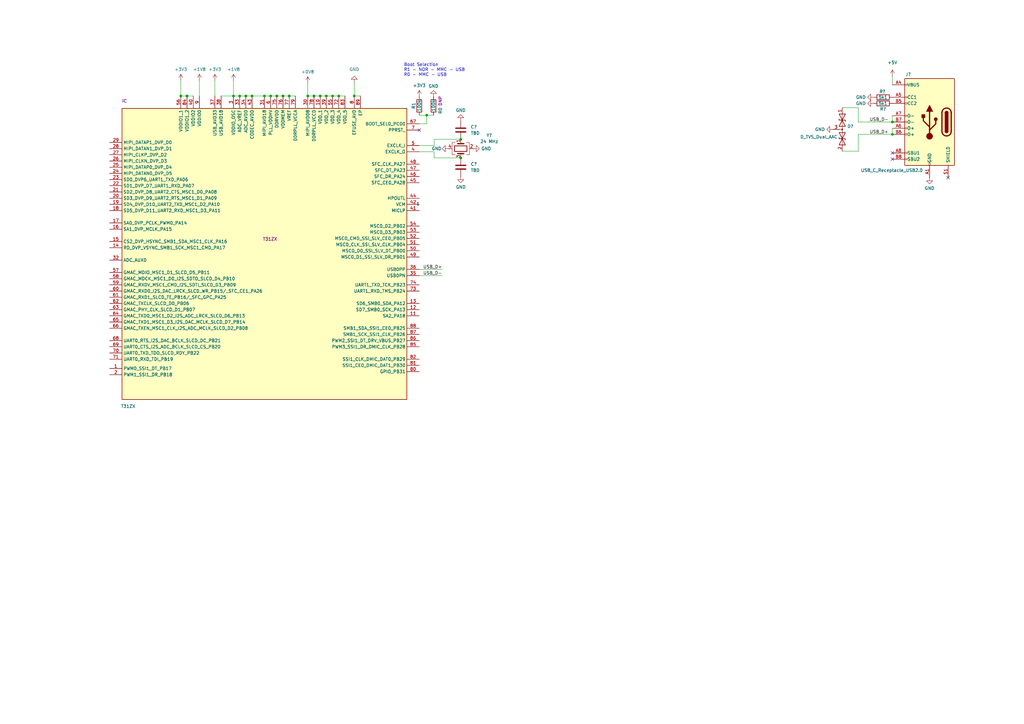
<source format=kicad_sch>
(kicad_sch (version 20211123) (generator eeschema)
  (paper "A3")
  (title_block (title "Teacup Development Board") (date "2023-03-24") (rev "A") (company "Hacker Homestead") (comment 1 "Author: BogdanTheGeek"))
  (lib_symbols
    (symbol "+1V8_1" (power) (pin_names (offset 0))
      (property "Value" "+0V8" (at 0 4.572 0))
      (symbol "+1V8_1_0_1"
        (polyline (pts (xy -0.762 1.27) (xy 0 2.54)))
        (polyline (pts (xy 0 0) (xy 0 2.54)))
        (polyline (pts (xy 0 2.54) (xy 0.762 1.27)))
      )
      (symbol "+1V8_1_1_1"
        (pin power_in line (at 0 0 90) (length 0) hide (name "+0V8") (number "1"))
      )
    )
    (symbol "Connector:USB_C_Receptacle_USB2.0" (pin_names (offset 1.016))
      (property "Reference" "J" (at -10.16 19.05 0))
      (property "Value" "USB_C_Receptacle_USB2.0" (at 19.05 19.05 0))
      (symbol "USB_C_Receptacle_USB2.0_0_0"
        (rectangle (start -0.254 -17.78) (end 0.254 -16.764))
        (rectangle (start 10.16 -14.986) (end 9.144 -15.494))
        (rectangle (start 10.16 -12.446) (end 9.144 -12.954))
        (rectangle (start 10.16 -4.826) (end 9.144 -5.334))
        (rectangle (start 10.16 -2.286) (end 9.144 -2.794))
        (rectangle (start 10.16 0.254) (end 9.144 -0.254))
        (rectangle (start 10.16 2.794) (end 9.144 2.286))
        (rectangle (start 10.16 7.874) (end 9.144 7.366))
        (rectangle (start 10.16 10.414) (end 9.144 9.906))
        (rectangle (start 10.16 15.494) (end 9.144 14.986))
      )
      (symbol "USB_C_Receptacle_USB2.0_0_1"
        (rectangle (start -10.16 17.78) (end 10.16 -17.78) (stroke (width 0.254)) (fill (type background)))
        (arc (start -8.89 -3.81) (mid -6.985 -5.715) (end -5.08 -3.81) (stroke (width 0.508)))
        (arc (start -7.62 -3.81) (mid -6.985 -4.445) (end -6.35 -3.81) (stroke (width 0.254)))
        (arc (start -7.62 -3.81) (mid -6.985 -4.445) (end -6.35 -3.81) (stroke (width 0.254)) (fill (type outline)))
        (rectangle (start -7.62 -3.81) (end -6.35 3.81) (stroke (width 0.254)) (fill (type outline)))
        (arc (start -6.35 3.81) (mid -6.985 4.445) (end -7.62 3.81) (stroke (width 0.254)))
        (arc (start -6.35 3.81) (mid -6.985 4.445) (end -7.62 3.81) (stroke (width 0.254)) (fill (type outline)))
        (arc (start -5.08 3.81) (mid -6.985 5.715) (end -8.89 3.81) (stroke (width 0.508)))
        (circle (center -2.54 1.143) (radius 0.635) (stroke (width 0.254)) (fill (type outline)))
        (circle (center 0 -5.842) (radius 1.27) (fill (type outline)))
        (polyline (pts (xy -8.89 -3.81) (xy -8.89 3.81)) (stroke (width 0.508)))
        (polyline (pts (xy -5.08 3.81) (xy -5.08 -3.81)) (stroke (width 0.508)))
        (polyline (pts (xy 0 -5.842) (xy 0 4.318)) (stroke (width 0.508)))
        (polyline (pts (xy 0 -3.302) (xy -2.54 -0.762) (xy -2.54 0.508)) (stroke (width 0.508)))
        (polyline (pts (xy 0 -2.032) (xy 2.54 0.508) (xy 2.54 1.778)) (stroke (width 0.508)))
        (polyline (pts (xy -1.27 4.318) (xy 0 6.858) (xy 1.27 4.318) (xy -1.27 4.318)) (stroke (width 0.254)) (fill (type outline)))
        (rectangle (start 1.905 1.778) (end 3.175 3.048) (stroke (width 0.254)) (fill (type outline)))
      )
      (symbol "USB_C_Receptacle_USB2.0_1_1"
        (pin passive line (at 0 -22.86 90) (length 5.08) (name "GND") (number "A1"))
        (pin passive line (at 0 -22.86 90) (length 5.08) hide (name "GND") (number "A12"))
        (pin passive line (at 15.24 15.24 180) (length 5.08) (name "VBUS") (number "A4"))
        (pin bidirectional line (at 15.24 10.16 180) (length 5.08) (name "CC1") (number "A5"))
        (pin bidirectional line (at 15.24 -2.54 180) (length 5.08) (name "D+") (number "A6"))
        (pin bidirectional line (at 15.24 2.54 180) (length 5.08) (name "D-") (number "A7"))
        (pin bidirectional line (at 15.24 -12.7 180) (length 5.08) (name "SBU1") (number "A8"))
        (pin passive line (at 15.24 15.24 180) (length 5.08) hide (name "VBUS") (number "A9"))
        (pin passive line (at 0 -22.86 90) (length 5.08) hide (name "GND") (number "B1"))
        (pin passive line (at 0 -22.86 90) (length 5.08) hide (name "GND") (number "B12"))
        (pin passive line (at 15.24 15.24 180) (length 5.08) hide (name "VBUS") (number "B4"))
        (pin bidirectional line (at 15.24 7.62 180) (length 5.08) (name "CC2") (number "B5"))
        (pin bidirectional line (at 15.24 -5.08 180) (length 5.08) (name "D+") (number "B6"))
        (pin bidirectional line (at 15.24 0 180) (length 5.08) (name "D-") (number "B7"))
        (pin bidirectional line (at 15.24 -15.24 180) (length 5.08) (name "SBU2") (number "B8"))
        (pin passive line (at 15.24 15.24 180) (length 5.08) hide (name "VBUS") (number "B9"))
        (pin passive line (at -7.62 -22.86 90) (length 5.08) (name "SHIELD") (number "S1"))
      )
    )
    (symbol "Device:C" (pin_numbers hide) (pin_names (offset 0.254))
      (property "Reference" "C" (at 0.635 2.54 0))
      (property "Value" "C" (at 0.635 -2.54 0))
      (symbol "C_0_1"
        (polyline (pts (xy -2.032 -0.762) (xy 2.032 -0.762)) (stroke (width 0.508)))
        (polyline (pts (xy -2.032 0.762) (xy 2.032 0.762)) (stroke (width 0.508)))
      )
      (symbol "C_1_1"
        (pin passive line (at 0 3.81 270) (length 2.794) (name "~") (number "1"))
        (pin passive line (at 0 -3.81 90) (length 2.794) (name "~") (number "2"))
      )
    )
    (symbol "Device:Crystal_GND24" (pin_names (offset 1.016) hide)
      (property "Reference" "Y" (at 3.175 5.08 0))
      (property "Value" "Crystal_GND24" (at 3.175 3.175 0))
      (symbol "Crystal_GND24_0_1"
        (rectangle (start -1.143 2.54) (end 1.143 -2.54) (stroke (width 0.3048)))
        (polyline (pts (xy -2.54 0) (xy -2.032 0)))
        (polyline (pts (xy -2.032 -1.27) (xy -2.032 1.27)) (stroke (width 0.508)))
        (polyline (pts (xy 0 -3.81) (xy 0 -3.556)))
        (polyline (pts (xy 0 3.556) (xy 0 3.81)))
        (polyline (pts (xy 2.032 -1.27) (xy 2.032 1.27)) (stroke (width 0.508)))
        (polyline (pts (xy 2.032 0) (xy 2.54 0)))
        (polyline (pts (xy -2.54 -2.286) (xy -2.54 -3.556) (xy 2.54 -3.556) (xy 2.54 -2.286)))
        (polyline (pts (xy -2.54 2.286) (xy -2.54 3.556) (xy 2.54 3.556) (xy 2.54 2.286)))
      )
      (symbol "Crystal_GND24_1_1"
        (pin passive line (at -3.81 0 0) (length 1.27) (name "1") (number "1"))
        (pin passive line (at 0 5.08 270) (length 1.27) (name "2") (number "2"))
        (pin passive line (at 3.81 0 180) (length 1.27) (name "3") (number "3"))
        (pin passive line (at 0 -5.08 90) (length 1.27) (name "4") (number "4"))
      )
    )
    (symbol "Device:D_TVS_Dual_AAC" (pin_names (offset 1.016) hide)
      (property "Reference" "D" (at 0 4.445 0))
      (property "Value" "D_TVS_Dual_AAC" (at 0 2.54 0))
      (symbol "D_TVS_Dual_AAC_0_0"
        (polyline (pts (xy 0 -1.27) (xy 0 0)))
      )
      (symbol "D_TVS_Dual_AAC_0_1"
        (polyline (pts (xy -6.35 0) (xy 6.35 0)))
        (polyline (pts (xy -3.302 1.27) (xy -3.81 1.27) (xy -3.81 -1.27) (xy -4.318 -1.27)) (stroke (width 0.254)))
        (polyline (pts (xy 4.318 1.27) (xy 3.81 1.27) (xy 3.81 -1.27) (xy 3.302 -1.27)) (stroke (width 0.254)))
        (polyline (pts (xy -6.35 1.27) (xy -1.27 -1.27) (xy -1.27 1.27) (xy -6.35 -1.27) (xy -6.35 1.27)) (stroke (width 0.254)))
        (polyline (pts (xy 6.35 1.27) (xy 1.27 -1.27) (xy 1.27 1.27) (xy 6.35 -1.27) (xy 6.35 1.27)) (stroke (width 0.254)))
        (circle (center 0 0) (radius 0.254) (fill (type outline)))
      )
      (symbol "D_TVS_Dual_AAC_1_1"
        (pin passive line (at -8.89 0 0) (length 2.54) (name "A1") (number "1"))
        (pin passive line (at 8.89 0 180) (length 2.54) (name "A2") (number "2"))
        (pin input line (at 0 -3.81 90) (length 2.54) (name "common") (number "3"))
      )
    )
    (symbol "Device:R" (pin_numbers hide) (pin_names (offset 0))
      (property "Reference" "R" (at 2.032 0 90))
      (property "Value" "R" (at 0 0 90))
      (symbol "R_0_1"
        (rectangle (start -1.016 -2.54) (end 1.016 2.54) (stroke (width 0.254)))
      )
      (symbol "R_1_1"
        (pin passive line (at 0 3.81 270) (length 1.27) (name "~") (number "1"))
        (pin passive line (at 0 -3.81 90) (length 1.27) (name "~") (number "2"))
      )
    )
    (symbol "T31ZX:T31ZX"
      (property "Value" "T31ZX" (at 63.5 -2.54 0))
      (property "Reference_1" "IC" (at 6.35 54.61 0))
      (property "Value_1" "T31ZX" (at 5.08 -69.85 0))
      (symbol "T31ZX_1_1"
        (rectangle (start 5.08 50.8) (end 121.92 -68.58) (stroke (width 0.254)) (fill (type background)))
        (pin passive line (at 0 -55.88 0) (length 5.08) (name "PWM0_SSI1_DT_PB17") (number "1"))
        (pin passive line (at 86.36 55.88 270) (length 5.08) (name "VDD_1") (number "10"))
        (pin passive line (at 127 -34.29 180) (length 5.08) (name "SA2_PA18") (number "11"))
        (pin passive line (at 127 -31.75 180) (length 5.08) (name "SD7_SMB0_SCK_PA13") (number "12"))
        (pin passive line (at 127 -29.21 180) (length 5.08) (name "SD6_SMB0_SDA_PA12") (number "13"))
        (pin passive line (at 0 -6.35 0) (length 5.08) (name "RD_DVP_VSYNC_SMB1_SCK_MSC1_CMD_PA17") (number "14"))
        (pin passive line (at 0 -3.81 0) (length 5.08) (name "CS2_DVP_HSYNC_SMB1_SDA_MSC1_CLK_PA16") (number "15"))
        (pin passive line (at 0 1.27 0) (length 5.08) (name "SA1_DVP_MCLK_PA15") (number "16"))
        (pin passive line (at 0 3.81 0) (length 5.08) (name "SA0_DVP_PCLK_PWM0_PA14") (number "17"))
        (pin passive line (at 0 8.89 0) (length 5.08) (name "SD5_DVP_D11_UART2_RXD_MSC1_D3_PA11") (number "18"))
        (pin passive line (at 0 11.43 0) (length 5.08) (name "SD4_DVP_D10_UART2_TXD_MSC1_D2_PA10") (number "19"))
        (pin passive line (at 0 -58.42 0) (length 5.08) (name "PWM1_SSI1_DR_PB18") (number "2"))
        (pin passive line (at 0 13.97 0) (length 5.08) (name "SD3_DVP_D9_UART2_RTS_MSC1_D1_PA09") (number "20"))
        (pin passive line (at 0 16.51 0) (length 5.08) (name "SD2_DVP_D8_UART2_CTS_MSC1_D0_PA08") (number "21"))
        (pin passive line (at 0 19.05 0) (length 5.08) (name "SD1_DVP_D7_UART1_RXD_PA07") (number "22"))
        (pin passive line (at 0 21.59 0) (length 5.08) (name "SD0_DVP6_UART1_TXD_PA06") (number "23"))
        (pin passive line (at 0 24.13 0) (length 5.08) (name "MIPI_DATAN0_DVP_D5") (number "24"))
        (pin passive line (at 0 26.67 0) (length 5.08) (name "MIPI_DATAP0_DVP_D4") (number "25"))
        (pin passive line (at 0 29.21 0) (length 5.08) (name "MIPI_CLKN_DVP_D3") (number "26"))
        (pin passive line (at 0 31.75 0) (length 5.08) (name "MIPI_CLKP_DVP_D2") (number "27"))
        (pin passive line (at 0 34.29 0) (length 5.08) (name "MIPI_DATAN1_DVP_D1") (number "28"))
        (pin passive line (at 0 36.83 0) (length 5.08) (name "MIPI_DATAP1_DVP_D0") (number "29"))
        (pin passive line (at 50.8 55.88 270) (length 5.08) (name "VDDIO_OSC") (number "3"))
        (pin passive line (at 81.28 55.88 270) (length 5.08) (name "MIPI_AVD08") (number "30"))
        (pin passive line (at 63.5 55.88 270) (length 5.08) (name "MIPI_AVD18") (number "31"))
        (pin passive line (at 0 -11.43 0) (length 5.08) (name "ADC_AUX0") (number "32"))
        (pin passive line (at 53.34 55.88 270) (length 5.08) (name "ADC_VREF") (number "33"))
        (pin passive line (at 55.88 55.88 270) (length 5.08) (name "ADC_AVDD") (number "34"))
        (pin passive line (at 127 -17.78 180) (length 5.08) (name "USB0PN") (number "35"))
        (pin passive line (at 127 -15.24 180) (length 5.08) (name "USB0PP") (number "36"))
        (pin passive line (at 43.18 55.88 270) (length 5.08) (name "USB_AVD33") (number "37"))
        (pin passive line (at 45.72 55.88 270) (length 5.08) (name "USB_AVD18") (number "38"))
        (pin passive line (at 88.9 55.88 270) (length 5.08) (name "VDD_2") (number "39"))
        (pin passive line (at 127 33.02 180) (length 5.08) (name "EXCLK_O") (number "4"))
        (pin passive line (at 34.29 55.88 270) (length 5.08) (name "VDDIO2") (number "40"))
        (pin passive line (at 127 8.89 180) (length 5.08) (name "MICLP") (number "41"))
        (pin passive line (at 127 11.43 180) (length 5.08) (name "VCM") (number "42"))
        (pin passive line (at 58.42 55.88 270) (length 5.08) (name "CODEC_AVDD") (number "43"))
        (pin passive line (at 127 13.97 180) (length 5.08) (name "HPOUTL") (number "44"))
        (pin passive line (at 127 20.32 180) (length 5.08) (name "SFC_CE0_PA28") (number "45"))
        (pin passive line (at 127 22.86 180) (length 5.08) (name "SFC_DR_PA24") (number "46"))
        (pin passive line (at 127 25.4 180) (length 5.08) (name "SFC_DT_PA23") (number "47"))
        (pin passive line (at 127 27.94 180) (length 5.08) (name "SFC_CLK_PA27") (number "48"))
        (pin passive line (at 127 -10.16 180) (length 5.08) (name "MSC0_D1_SSI_SLV_DR_PB01") (number "49"))
        (pin passive line (at 127 35.56 180) (length 5.08) (name "EXCLK_I") (number "5"))
        (pin passive line (at 127 -7.62 180) (length 5.08) (name "MSC0_D0_SSI_SLV_DT_PB00") (number "50"))
        (pin passive line (at 127 -5.08 180) (length 5.08) (name "MSC0_CLK_SSI_SLV_CLK_PB04") (number "51"))
        (pin passive line (at 127 -2.54 180) (length 5.08) (name "MSC0_CMD_SSI_SLV_CE0_PB05") (number "52"))
        (pin passive line (at 127 0 180) (length 5.08) (name "MSC0_D3_PB03") (number "53"))
        (pin passive line (at 127 2.54 180) (length 5.08) (name "MSC0_D2_PB02") (number "54"))
        (pin passive line (at 91.44 55.88 270) (length 5.08) (name "VDD_3") (number "55"))
        (pin passive line (at 29.21 55.88 270) (length 5.08) (name "VDDIO1_1") (number "56"))
        (pin passive line (at 0 -16.51 0) (length 5.08) (name "GMAC_MDIO_MSC1_D1_SLCD_D5_PB11") (number "57"))
        (pin passive line (at 0 -19.05 0) (length 5.08) (name "GMAC_MDCK_MSC1_D0_I2S_SDTO_SLCD_D4_PB10") (number "58"))
        (pin passive line (at 0 -21.59 0) (length 5.08) (name "GMAC_RXDV_MSC1_CMD_I2S_SDTI_SLCD_D3_PB09") (number "59"))
        (pin passive line (at 66.04 55.88 270) (length 5.08) (name "PLL_VDDHV") (number "6"))
        (pin passive line (at 0 -24.13 0) (length 5.08) (name "GMAC_RXD0_I2S_DAC_LRCK_SLCD_WR_PB15/_SFC_CE1_PA26") (number "60"))
        (pin passive line (at 0 -26.67 0) (length 5.08) (name "GMAC_RXD1_SLCD_TE_PB16/_SFC_GPC_PA25") (number "61"))
        (pin passive line (at 0 -29.21 0) (length 5.08) (name "GMAC_TXCLK_SLCD_D0_PB06") (number "62"))
        (pin passive line (at 0 -31.75 0) (length 5.08) (name "GMAC_PHY_CLK_SLCD_D1_PB07") (number "63"))
        (pin passive line (at 0 -34.29 0) (length 5.08) (name "GMAC_TXD0_MSC1_D2_I2S_ADC_LRCK_SLCD_D6_PB13") (number "64"))
        (pin passive line (at 0 -36.83 0) (length 5.08) (name "GMAC_TXD1_MSC1_D3_I2S_DAC_MCLK_SLCD_D7_PB14") (number "65"))
        (pin passive line (at 0 -39.37 0) (length 5.08) (name "GMAC_TXEN_MSC1_CLK_I2S_ADC_MCLK_SLCD_D2_PB08") (number "66"))
        (pin passive line (at 127 44.45 180) (length 5.08) (name "BOOT_SEL0_PC00") (number "67"))
        (pin passive line (at 0 -44.45 0) (length 5.08) (name "UART0_RTS_I2S_DAC_BCLK_SLCD_DC_PB21") (number "68"))
        (pin passive line (at 0 -46.99 0) (length 5.08) (name "UART0_CTS_I2S_ADC_BCLK_SLCD_CS_PB20") (number "69"))
        (pin passive line (at 127 41.91 180) (length 5.08) (name "PPRST_") (number "7"))
        (pin passive line (at 0 -49.53 0) (length 5.08) (name "UART0_TXD_TDO_SLCD_RDY_PB22") (number "70"))
        (pin passive line (at 0 -52.07 0) (length 5.08) (name "UART0_RXD_TDI_PB19") (number "71"))
        (pin passive line (at 93.98 55.88 270) (length 5.08) (name "VDD_4") (number "72"))
        (pin passive line (at 127 -24.13 180) (length 5.08) (name "UART1_RXD_TMS_PB24") (number "73"))
        (pin passive line (at 127 -21.59 180) (length 5.08) (name "UART1_TXD_TCK_PB23") (number "74"))
        (pin passive line (at 68.58 55.88 270) (length 5.08) (name "DDRVDD") (number "75"))
        (pin passive line (at 71.12 55.88 270) (length 5.08) (name "VDDMEM") (number "76"))
        (pin passive line (at 73.66 55.88 270) (length 5.08) (name "VREF") (number "77"))
        (pin passive line (at 83.82 55.88 270) (length 5.08) (name "DDRPLL_VCCD") (number "78"))
        (pin passive line (at 76.2 55.88 270) (length 5.08) (name "DDRPLL_VCCA") (number "79"))
        (pin passive line (at 100.33 55.88 270) (length 5.08) (name "EFUSE_AVD") (number "8"))
        (pin passive line (at 127 -57.15 180) (length 5.08) (name "GPIO_PB31") (number "80"))
        (pin passive line (at 127 -54.61 180) (length 5.08) (name "SSI1_CE0_DMIC_DAT1_PB30") (number "81"))
        (pin passive line (at 127 -52.07 180) (length 5.08) (name "SSI1_CLK_DMIC_DAT0_PB29") (number "82"))
        (pin passive line (at 96.52 55.88 270) (length 5.08) (name "VDD_5") (number "83"))
        (pin passive line (at 31.75 55.88 270) (length 5.08) (name "VDDIO1_2") (number "84"))
        (pin passive line (at 127 -46.99 180) (length 5.08) (name "PWM3_SSI1_DR_DMIC_CLK_PB28") (number "85"))
        (pin passive line (at 127 -44.45 180) (length 5.08) (name "PWM2_SSI1_DT_DRV_VBUS_PB27") (number "86"))
        (pin passive line (at 127 -41.91 180) (length 5.08) (name "SMB1_SCK_SSI1_CLK_PB26") (number "87"))
        (pin passive line (at 127 -39.37 180) (length 5.08) (name "SMB1_SDA_SSI1_CE0_PB25") (number "88"))
        (pin passive line (at 102.87 55.88 270) (length 5.08) (name "EP") (number "89"))
        (pin passive line (at 36.83 55.88 270) (length 5.08) (name "VDDIO0") (number "9"))
      )
    )
    (symbol "power:+1V8" (power) (pin_names (offset 0))
      (property "Value" "+1V8" (at 0 3.556 0))
      (symbol "+1V8_0_1"
        (polyline (pts (xy -0.762 1.27) (xy 0 2.54)))
        (polyline (pts (xy 0 0) (xy 0 2.54)))
        (polyline (pts (xy 0 2.54) (xy 0.762 1.27)))
      )
      (symbol "+1V8_1_1"
        (pin power_in line (at 0 0 90) (length 0) hide (name "+1V8") (number "1"))
      )
    )
    (symbol "power:+3V3" (power) (pin_names (offset 0))
      (property "Value" "+3V3" (at 0 3.556 0))
      (symbol "+3V3_0_1"
        (polyline (pts (xy -0.762 1.27) (xy 0 2.54)))
        (polyline (pts (xy 0 0) (xy 0 2.54)))
        (polyline (pts (xy 0 2.54) (xy 0.762 1.27)))
      )
      (symbol "+3V3_1_1"
        (pin power_in line (at 0 0 90) (length 0) hide (name "+3V3") (number "1"))
      )
    )
    (symbol "power:+5V" (power) (pin_names (offset 0))
      (property "Value" "+5V" (at 0 3.556 0))
      (symbol "+5V_0_1"
        (polyline (pts (xy -0.762 1.27) (xy 0 2.54)))
        (polyline (pts (xy 0 0) (xy 0 2.54)))
        (polyline (pts (xy 0 2.54) (xy 0.762 1.27)))
      )
      (symbol "+5V_1_1"
        (pin power_in line (at 0 0 90) (length 0) hide (name "+5V") (number "1"))
      )
    )
    (symbol "power:GND" (power) (pin_names (offset 0))
      (property "Value" "GND" (at 0 -3.81 0))
      (symbol "GND_0_1"
        (polyline (pts (xy 0 0) (xy 0 -1.27) (xy 1.27 -1.27) (xy 0 -2.54) (xy -1.27 -1.27) (xy 0 -1.27)))
      )
      (symbol "GND_1_1"
        (pin power_in line (at 0 0 270) (length 0) hide (name "GND") (number "1"))
      )
    )
  )
  (junction (at 118.618 39.37))
  (junction (at 188.976 64.77))
  (junction (at 108.458 39.37))
  (junction (at 133.858 39.37))
  (junction (at 175.006 47.244))
  (junction (at 138.938 39.37))
  (junction (at 116.078 39.37))
  (junction (at 366.014 50.038))
  (junction (at 126.238 39.37))
  (junction (at 188.976 57.15))
  (junction (at 76.708 39.37))
  (junction (at 110.998 39.37))
  (junction (at 74.168 39.37))
  (junction (at 128.778 39.37))
  (junction (at 95.758 39.37))
  (junction (at 100.838 39.37))
  (junction (at 366.014 55.118))
  (junction (at 113.538 39.37))
  (junction (at 103.378 39.37))
  (junction (at 136.398 39.37))
  (junction (at 145.288 39.37))
  (junction (at 131.318 39.37))
  (junction (at 98.298 39.37))
  (no_connect (at 388.874 72.898))
  (no_connect (at 171.958 53.34))
  (no_connect (at 366.014 62.738))
  (no_connect (at 366.014 65.278))
  (wire (pts (xy 133.858 39.37) (xy 136.398 39.37)))
  (wire (pts (xy 366.014 55.118) (xy 366.014 52.578)))
  (wire (pts (xy 76.708 39.37) (xy 74.168 39.37)))
  (wire (pts (xy 352.044 55.118) (xy 366.014 55.118)))
  (wire (pts (xy 118.618 39.37) (xy 121.158 39.37)))
  (wire (pts (xy 138.938 39.37) (xy 141.478 39.37)))
  (wire (pts (xy 113.538 39.37) (xy 116.078 39.37)))
  (wire (pts (xy 352.044 50.038) (xy 366.014 50.038)))
  (wire (pts (xy 95.758 39.37) (xy 98.298 39.37)))
  (wire (pts (xy 110.998 39.37) (xy 113.538 39.37)))
  (wire (pts (xy 98.298 39.37) (xy 100.838 39.37)))
  (wire (pts (xy 145.288 39.37) (xy 147.828 39.37)))
  (wire (pts (xy 352.044 44.196) (xy 352.044 50.038)))
  (wire (pts (xy 100.838 39.37) (xy 103.378 39.37)))
  (wire (pts (xy 178.054 57.15) (xy 178.054 59.69)))
  (wire (pts (xy 90.678 39.37) (xy 95.758 39.37)))
  (wire (pts (xy 366.014 31.242) (xy 366.014 34.798)))
  (wire (pts (xy 188.976 57.15) (xy 178.054 57.15)))
  (wire (pts (xy 103.378 39.37) (xy 108.458 39.37)))
  (wire (pts (xy 171.958 62.23) (xy 178.054 62.23)))
  (wire (pts (xy 175.006 47.244) (xy 177.8 47.244)))
  (wire (pts (xy 345.44 61.976) (xy 352.044 61.976)))
  (wire (pts (xy 171.958 50.8) (xy 175.006 50.8)))
  (wire (pts (xy 178.054 59.69) (xy 171.958 59.69)))
  (wire (pts (xy 131.318 39.37) (xy 133.858 39.37)))
  (wire (pts (xy 128.778 39.37) (xy 131.318 39.37)))
  (wire (pts (xy 366.014 50.038) (xy 366.014 47.498)))
  (wire (pts (xy 74.168 39.37) (xy 74.168 33.02)))
  (wire (pts (xy 81.788 33.02) (xy 81.788 39.37)))
  (wire (pts (xy 136.398 39.37) (xy 138.938 39.37)))
  (wire (pts (xy 79.248 39.37) (xy 76.708 39.37)))
  (wire (pts (xy 88.138 33.02) (xy 88.138 39.37)))
  (wire (pts (xy 352.044 61.976) (xy 352.044 55.118)))
  (wire (pts (xy 178.054 62.23) (xy 178.054 64.77)))
  (wire (pts (xy 126.238 39.37) (xy 128.778 39.37)))
  (wire (pts (xy 95.758 33.02) (xy 95.758 39.37)))
  (wire (pts (xy 126.238 34.036) (xy 126.238 39.37)))
  (wire (pts (xy 181.356 113.03) (xy 171.958 113.03)))
  (wire (pts (xy 175.006 50.8) (xy 175.006 47.244)))
  (wire (pts (xy 171.958 47.244) (xy 175.006 47.244)))
  (wire (pts (xy 178.054 64.77) (xy 188.976 64.77)))
  (wire (pts (xy 345.44 44.196) (xy 352.044 44.196)))
  (wire (pts (xy 108.458 39.37) (xy 110.998 39.37)))
  (wire (pts (xy 116.078 39.37) (xy 118.618 39.37)))
  (wire (pts (xy 181.356 110.49) (xy 171.958 110.49)))
  (wire (pts (xy 145.288 33.782) (xy 145.288 39.37)))
  (text "Boot Selection\nR1 - NOR - MMC - USB\nR0 - MMC - USB" (at 165.608 31.496 0) (effects (font (size 1.27 1.27)) (justify left bottom)))
  (text "General purpose I/O: 1.5~3.6V\nDDR I/O: 1.8V(DDR2) ± 0.1V\nEFUSE programming: 1.8V ± 10%\nAnalog power supply 1: 1.8V ± 10%\nAnalog power supply 2: 3.3V ± 10%\nCore: 0.8V ± 0.1V\n\n9           VDDIO0: IO digital power for DVP power domain, 1.8V\n56,84       VDDIO1: IO digital power for normal function Pad power domain,1.8V/3.3V\n40          VDDIO2: IO digital power for normal function Pad power domain, 1.8V/3.3V\n10,39,55,72,83 VDD: CORE digital power, 0.8V\n          Epad VSS: IO digital ground for none DRAM and CORE digital ground, 0V" (at 0.762 -3.302 0) (effects (font (size 1.27 1.27)) (justify left bottom)))
  (label "USB_D-" (at 356.616 50.038 0))
  (label "USB_D+" (at 356.616 55.118 0))
  (label "USB_D-" (at 181.356 113.03 180))
  (label "USB_D+" (at 181.356 110.49 180))
  (symbol (lib_id "power:+3V3") (at 88.138 33.02 0) (unit 1)
    (property "Reference" "#PWR?" (effects hide))
    (property "Value" "+3V3" (at 88.138 28.448 0))
  )
  (symbol (lib_id "power:+1V8") (at 81.788 33.02 0) (unit 1)
    (property "Reference" "#PWR?" (effects hide))
    (property "Value" "+1V8" (at 81.788 28.448 0))
  )
  (symbol (lib_id "power:GND") (at 358.394 39.878 270) (unit 1)
    (property "Reference" "#PWR?" (effects hide))
    (property "Value" "GND" (at 351.028 39.878 90) (effects (justify left)))
  )
  (symbol (lib_id "power:GND") (at 188.976 72.39 0) (unit 1)
    (property "Reference" "#PWR?" (effects hide))
    (property "Value" "GND" (at 186.944 76.708 0) (effects (justify left)))
  )
  (symbol (lib_id "power:GND") (at 381.254 72.898 0) (unit 1)
    (property "Reference" "#PWR?" (effects hide))
    (property "Value" "GND" (at 379.222 77.216 0) (effects (justify left)))
  )
  (symbol (lib_id "T31ZX:T31ZX") (at 44.958 95.25 0) (unit 1)
    (property "Reference" "1" (at 171.45 83.5912 0))
    (property "Value" "T31ZX" (at 52.578 166.624 0))
    (property "Footprint" "Footprints:QFN35P900X900X90-89N-D" (effects hide))
    (property "Reference_1" "IC" (at 51.054 41.402 0))
    (property "Value_1" "T31ZX" (at 110.744 98.044 0))
    (property "Footprint_1" "QFN35P900X900X90-89N-D" (effects hide))
    (property "Datasheet_1" "https://www.mouser.in/datasheet/2/198/T31_ZX_DS-2399970.pdf" (effects hide))
    (property "Height" "0.9" (effects hide))
    (property "Mouser Part Number" "870-T31ZX" (effects hide))
    (property "Mouser Price/Stock" "https://www.mouser.co.uk/ProductDetail/Lumissil/T31ZX?qs=ljCeji4nMDlCcKictkO8%2Fw%3D%3D" (effects hide))
    (property "Manufacturer_Name" "Lumissil" (effects hide))
    (property "Manufacturer_Part_Number" "T31ZX" (effects hide))
  )
  (symbol (lib_id "Device:C") (at 188.976 53.34 0) (unit 1)
    (property "Reference" "C?" (at 193.04 52.0699 0) (effects (justify left)))
    (property "Value" "TBD" (at 193.04 54.6099 0) (effects (justify left)))
    (property "Footprint" "Capacitor_SMD:C_0402_1005Metric" (effects hide))
  )
  (symbol (lib_id "Device:R") (at 171.958 43.434 0) (unit 1)
    (property "Reference" "R1" (at 169.672 44.704 90) (effects (justify left)))
    (property "Value" "100k" (at 171.958 45.72 90) (effects (justify left)))
    (property "Footprint" "Resistor_SMD:R_0603_1608Metric_Pad0.98x0.95mm_HandSolder" (effects hide))
  )
  (symbol (lib_id "power:GND") (at 341.63 53.086 270) (unit 1)
    (property "Reference" "#PWR?" (effects hide))
    (property "Value" "GND" (at 334.264 53.086 90) (effects (justify left)))
  )
  (symbol (lib_id "power:GND") (at 145.288 33.782 180) (unit 1)
    (property "Reference" "#PWR?" (effects hide))
    (property "Value" "GND" (at 145.288 28.448 0))
  )
  (symbol (lib_id "power:+3V3") (at 74.168 33.02 0) (unit 1)
    (property "Reference" "#PWR?" (effects hide))
    (property "Value" "+3V3" (at 74.168 28.448 0))
  )
  (symbol (lib_id "Connector:USB_C_Receptacle_USB2.0") (at 381.254 50.038 0) (mirror y) (unit 1)
    (property "Reference" "J?" (at 371.348 30.48 0) (effects (justify right)))
    (property "Value" "USB_C_Receptacle_USB2.0" (at 353.06 69.85 0) (effects (justify right)))
    (property "Footprint" "Connector_USB:USB_C_Receptacle_HRO_TYPE-C-31-M-12" (effects hide))
    (property "Datasheet" "https://www.usb.org/sites/default/files/documents/usb_type-c.zip" (effects hide))
  )
  (symbol (lib_id "Device:C") (at 188.976 68.58 0) (unit 1)
    (property "Reference" "C?" (at 193.04 67.3099 0) (effects (justify left)))
    (property "Value" "TBD" (at 193.04 69.8499 0) (effects (justify left)))
    (property "Footprint" "Capacitor_SMD:C_0402_1005Metric" (effects hide))
  )
  (symbol (lib_id "power:GND") (at 188.976 49.53 180) (unit 1)
    (property "Reference" "#PWR?" (effects hide))
    (property "Value" "GND" (at 191.008 45.212 0) (effects (justify left)))
  )
  (symbol (lib_id "power:+3V3") (at 171.958 39.624 0) (unit 1)
    (property "Reference" "#PWR?" (effects hide))
    (property "Value" "+3V3" (at 171.958 35.052 0))
  )
  (symbol (lib_id "power:GND") (at 358.394 42.418 270) (unit 1)
    (property "Reference" "#PWR?" (effects hide))
    (property "Value" "GND" (at 351.028 42.418 90) (effects (justify left)))
  )
  (symbol (lib_name "+1V8_1") (lib_id "power:+1V8") (at 126.238 34.036 0) (unit 1)
    (property "Reference" "#PWR?" (effects hide))
    (property "Value" "+0V8" (at 126.238 29.464 0))
  )
  (symbol (lib_id "power:+5V") (at 366.014 31.242 0) (unit 1)
    (property "Reference" "#PWR?" (effects hide))
    (property "Value" "+5V" (at 366.014 25.654 0))
  )
  (symbol (lib_id "power:GND") (at 183.896 60.96 270) (unit 1)
    (property "Reference" "#PWR?" (effects hide))
    (property "Value" "GND" (at 177.038 60.96 90) (effects (justify left)))
  )
  (symbol (lib_id "Device:D_TVS_Dual_AAC") (at 345.44 53.086 270) (unit 1)
    (property "Reference" "D?" (at 347.472 51.8159 90) (effects (justify left)))
    (property "Value" "D_TVS_Dual_AAC" (at 328.168 56.134 90) (effects (justify left)))
  )
  (symbol (lib_id "Device:R") (at 177.8 43.434 0) (unit 1)
    (property "Reference" "R0" (at 180.594 46.736 90) (effects (justify left)))
    (property "Value" "100k" (at 177.8 45.72 90) (effects (justify left)))
    (property "Footprint" "Resistor_SMD:R_0603_1608Metric_Pad0.98x0.95mm_HandSolder" (effects hide))
    (property "Comment" "DNP" (at 180.594 41.402 90))
  )
  (symbol (lib_id "Device:R") (at 362.204 39.878 90) (unit 1)
    (property "Reference" "R?" (at 363.22 37.592 90) (effects (justify left)))
    (property "Value" "5k1" (at 363.982 39.878 90) (effects (justify left)))
    (property "Footprint" "Resistor_SMD:R_0603_1608Metric_Pad0.98x0.95mm_HandSolder" (effects hide))
  )
  (symbol (lib_id "power:GND") (at 194.056 60.96 90) (unit 1)
    (property "Reference" "#PWR?" (effects hide))
    (property "Value" "GND" (at 197.358 60.96 90) (effects (justify right)))
  )
  (symbol (lib_id "Device:Crystal_GND24") (at 188.976 60.96 270) (unit 1)
    (property "Reference" "Y?" (at 200.66 55.4988 90))
    (property "Value" "24 MHz" (at 200.66 58.0388 90))
    (property "Footprint" "Crystal:Crystal_SMD_2016-4Pin_2.0x1.6mm" (effects hide))
  )
  (symbol (lib_id "power:+1V8") (at 95.758 33.02 0) (unit 1)
    (property "Reference" "#PWR?" (effects hide))
    (property "Value" "+1V8" (at 95.758 28.448 0))
  )
  (symbol (lib_id "Device:R") (at 362.204 42.418 90) (unit 1)
    (property "Reference" "R?" (at 363.474 44.704 90) (effects (justify left)))
    (property "Value" "5k1" (at 363.982 42.418 90) (effects (justify left)))
    (property "Footprint" "Resistor_SMD:R_0603_1608Metric_Pad0.98x0.95mm_HandSolder" (effects hide))
  )
  (symbol (lib_id "power:GND") (at 177.8 39.624 180) (unit 1)
    (property "Reference" "#PWR?" (effects hide))
    (property "Value" "GND" (at 179.832 35.306 0) (effects (justify left)))
  )
)
</source>
